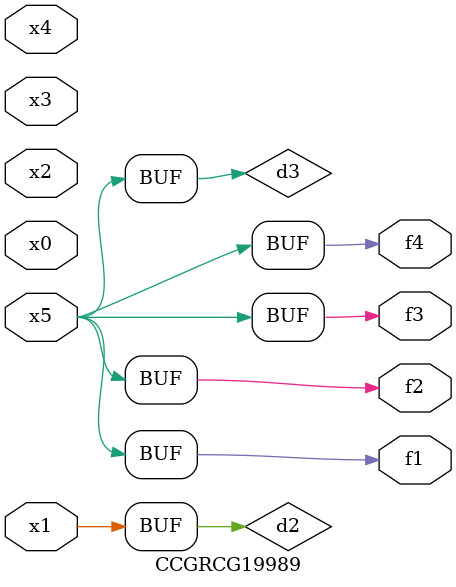
<source format=v>
module CCGRCG19989(
	input x0, x1, x2, x3, x4, x5,
	output f1, f2, f3, f4
);

	wire d1, d2, d3;

	not (d1, x5);
	or (d2, x1);
	xnor (d3, d1);
	assign f1 = d3;
	assign f2 = d3;
	assign f3 = d3;
	assign f4 = d3;
endmodule

</source>
